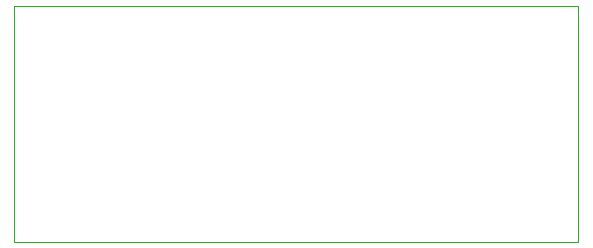
<source format=gbr>
%TF.GenerationSoftware,KiCad,Pcbnew,(5.1.10-1-10_14)*%
%TF.CreationDate,2021-07-19T22:46:51-06:00*%
%TF.ProjectId,f0-study-board,66302d73-7475-4647-992d-626f6172642e,rev?*%
%TF.SameCoordinates,Original*%
%TF.FileFunction,Profile,NP*%
%FSLAX46Y46*%
G04 Gerber Fmt 4.6, Leading zero omitted, Abs format (unit mm)*
G04 Created by KiCad (PCBNEW (5.1.10-1-10_14)) date 2021-07-19 22:46:51*
%MOMM*%
%LPD*%
G01*
G04 APERTURE LIST*
%TA.AperFunction,Profile*%
%ADD10C,0.050000*%
%TD*%
G04 APERTURE END LIST*
D10*
X97750000Y-117250000D02*
X97750000Y-97250000D01*
X145500000Y-117250000D02*
X97750000Y-117250000D01*
X145500000Y-97250000D02*
X145500000Y-117250000D01*
X97750000Y-97250000D02*
X145500000Y-97250000D01*
M02*

</source>
